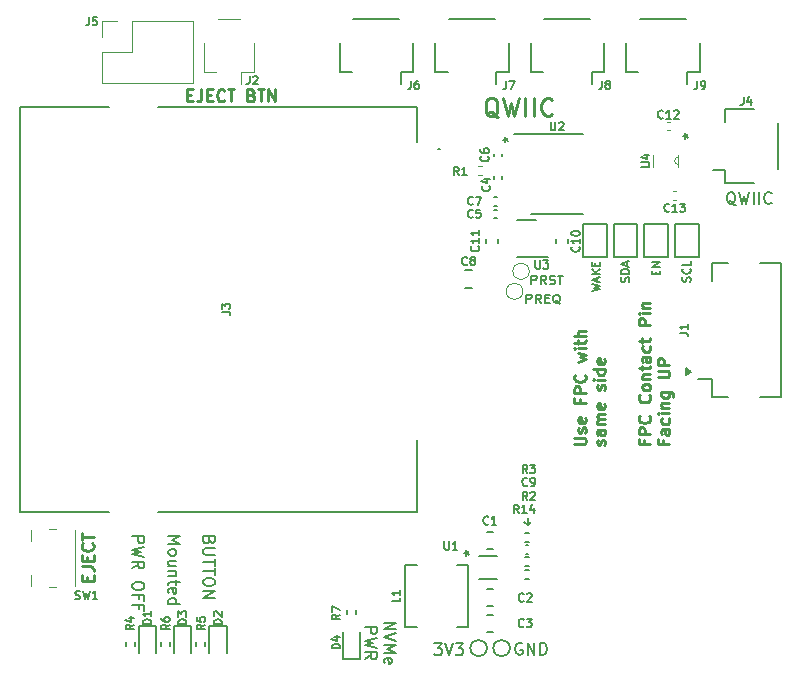
<source format=gbr>
G04 #@! TF.GenerationSoftware,KiCad,Pcbnew,(6.0.9)*
G04 #@! TF.CreationDate,2024-03-03T17:49:26-08:00*
G04 #@! TF.ProjectId,RPI5_CFE,52504935-5f43-4464-952e-6b696361645f,rev?*
G04 #@! TF.SameCoordinates,Original*
G04 #@! TF.FileFunction,Legend,Top*
G04 #@! TF.FilePolarity,Positive*
%FSLAX46Y46*%
G04 Gerber Fmt 4.6, Leading zero omitted, Abs format (unit mm)*
G04 Created by KiCad (PCBNEW (6.0.9)) date 2024-03-03 17:49:26*
%MOMM*%
%LPD*%
G01*
G04 APERTURE LIST*
%ADD10C,0.150000*%
%ADD11C,0.250000*%
%ADD12C,0.175000*%
%ADD13C,0.200000*%
%ADD14C,0.120000*%
G04 APERTURE END LIST*
D10*
X43200000Y-43400000D02*
X43500000Y-43200000D01*
X43200000Y-43400000D02*
X42900000Y-43200000D01*
G36*
X57050000Y-30450000D02*
G01*
X56600000Y-30750000D01*
X56600000Y-30150000D01*
X57050000Y-30450000D01*
G37*
X57050000Y-30450000D02*
X56600000Y-30750000D01*
X56600000Y-30150000D01*
X57050000Y-30450000D01*
X43200000Y-42800000D02*
X43200000Y-43400000D01*
D11*
X53073571Y-36266071D02*
X53073571Y-36599404D01*
X53597380Y-36599404D02*
X52597380Y-36599404D01*
X52597380Y-36123214D01*
X53597380Y-35742261D02*
X52597380Y-35742261D01*
X52597380Y-35361309D01*
X52645000Y-35266071D01*
X52692619Y-35218452D01*
X52787857Y-35170833D01*
X52930714Y-35170833D01*
X53025952Y-35218452D01*
X53073571Y-35266071D01*
X53121190Y-35361309D01*
X53121190Y-35742261D01*
X53502142Y-34170833D02*
X53549761Y-34218452D01*
X53597380Y-34361309D01*
X53597380Y-34456547D01*
X53549761Y-34599404D01*
X53454523Y-34694642D01*
X53359285Y-34742261D01*
X53168809Y-34789880D01*
X53025952Y-34789880D01*
X52835476Y-34742261D01*
X52740238Y-34694642D01*
X52645000Y-34599404D01*
X52597380Y-34456547D01*
X52597380Y-34361309D01*
X52645000Y-34218452D01*
X52692619Y-34170833D01*
X53502142Y-32408928D02*
X53549761Y-32456547D01*
X53597380Y-32599404D01*
X53597380Y-32694642D01*
X53549761Y-32837500D01*
X53454523Y-32932738D01*
X53359285Y-32980357D01*
X53168809Y-33027976D01*
X53025952Y-33027976D01*
X52835476Y-32980357D01*
X52740238Y-32932738D01*
X52645000Y-32837500D01*
X52597380Y-32694642D01*
X52597380Y-32599404D01*
X52645000Y-32456547D01*
X52692619Y-32408928D01*
X53597380Y-31837500D02*
X53549761Y-31932738D01*
X53502142Y-31980357D01*
X53406904Y-32027976D01*
X53121190Y-32027976D01*
X53025952Y-31980357D01*
X52978333Y-31932738D01*
X52930714Y-31837500D01*
X52930714Y-31694642D01*
X52978333Y-31599404D01*
X53025952Y-31551785D01*
X53121190Y-31504166D01*
X53406904Y-31504166D01*
X53502142Y-31551785D01*
X53549761Y-31599404D01*
X53597380Y-31694642D01*
X53597380Y-31837500D01*
X52930714Y-31075595D02*
X53597380Y-31075595D01*
X53025952Y-31075595D02*
X52978333Y-31027976D01*
X52930714Y-30932738D01*
X52930714Y-30789880D01*
X52978333Y-30694642D01*
X53073571Y-30647023D01*
X53597380Y-30647023D01*
X52930714Y-30313690D02*
X52930714Y-29932738D01*
X52597380Y-30170833D02*
X53454523Y-30170833D01*
X53549761Y-30123214D01*
X53597380Y-30027976D01*
X53597380Y-29932738D01*
X53597380Y-29170833D02*
X53073571Y-29170833D01*
X52978333Y-29218452D01*
X52930714Y-29313690D01*
X52930714Y-29504166D01*
X52978333Y-29599404D01*
X53549761Y-29170833D02*
X53597380Y-29266071D01*
X53597380Y-29504166D01*
X53549761Y-29599404D01*
X53454523Y-29647023D01*
X53359285Y-29647023D01*
X53264047Y-29599404D01*
X53216428Y-29504166D01*
X53216428Y-29266071D01*
X53168809Y-29170833D01*
X53549761Y-28266071D02*
X53597380Y-28361309D01*
X53597380Y-28551785D01*
X53549761Y-28647023D01*
X53502142Y-28694642D01*
X53406904Y-28742261D01*
X53121190Y-28742261D01*
X53025952Y-28694642D01*
X52978333Y-28647023D01*
X52930714Y-28551785D01*
X52930714Y-28361309D01*
X52978333Y-28266071D01*
X52930714Y-27980357D02*
X52930714Y-27599404D01*
X52597380Y-27837500D02*
X53454523Y-27837500D01*
X53549761Y-27789880D01*
X53597380Y-27694642D01*
X53597380Y-27599404D01*
X53597380Y-26504166D02*
X52597380Y-26504166D01*
X52597380Y-26123214D01*
X52645000Y-26027976D01*
X52692619Y-25980357D01*
X52787857Y-25932738D01*
X52930714Y-25932738D01*
X53025952Y-25980357D01*
X53073571Y-26027976D01*
X53121190Y-26123214D01*
X53121190Y-26504166D01*
X53597380Y-25504166D02*
X52930714Y-25504166D01*
X52597380Y-25504166D02*
X52645000Y-25551785D01*
X52692619Y-25504166D01*
X52645000Y-25456547D01*
X52597380Y-25504166D01*
X52692619Y-25504166D01*
X52930714Y-25027976D02*
X53597380Y-25027976D01*
X53025952Y-25027976D02*
X52978333Y-24980357D01*
X52930714Y-24885119D01*
X52930714Y-24742261D01*
X52978333Y-24647023D01*
X53073571Y-24599404D01*
X53597380Y-24599404D01*
X54683571Y-36266071D02*
X54683571Y-36599404D01*
X55207380Y-36599404D02*
X54207380Y-36599404D01*
X54207380Y-36123214D01*
X55207380Y-35313690D02*
X54683571Y-35313690D01*
X54588333Y-35361309D01*
X54540714Y-35456547D01*
X54540714Y-35647023D01*
X54588333Y-35742261D01*
X55159761Y-35313690D02*
X55207380Y-35408928D01*
X55207380Y-35647023D01*
X55159761Y-35742261D01*
X55064523Y-35789880D01*
X54969285Y-35789880D01*
X54874047Y-35742261D01*
X54826428Y-35647023D01*
X54826428Y-35408928D01*
X54778809Y-35313690D01*
X55159761Y-34408928D02*
X55207380Y-34504166D01*
X55207380Y-34694642D01*
X55159761Y-34789880D01*
X55112142Y-34837500D01*
X55016904Y-34885119D01*
X54731190Y-34885119D01*
X54635952Y-34837500D01*
X54588333Y-34789880D01*
X54540714Y-34694642D01*
X54540714Y-34504166D01*
X54588333Y-34408928D01*
X55207380Y-33980357D02*
X54540714Y-33980357D01*
X54207380Y-33980357D02*
X54255000Y-34027976D01*
X54302619Y-33980357D01*
X54255000Y-33932738D01*
X54207380Y-33980357D01*
X54302619Y-33980357D01*
X54540714Y-33504166D02*
X55207380Y-33504166D01*
X54635952Y-33504166D02*
X54588333Y-33456547D01*
X54540714Y-33361309D01*
X54540714Y-33218452D01*
X54588333Y-33123214D01*
X54683571Y-33075595D01*
X55207380Y-33075595D01*
X54540714Y-32170833D02*
X55350238Y-32170833D01*
X55445476Y-32218452D01*
X55493095Y-32266071D01*
X55540714Y-32361309D01*
X55540714Y-32504166D01*
X55493095Y-32599404D01*
X55159761Y-32170833D02*
X55207380Y-32266071D01*
X55207380Y-32456547D01*
X55159761Y-32551785D01*
X55112142Y-32599404D01*
X55016904Y-32647023D01*
X54731190Y-32647023D01*
X54635952Y-32599404D01*
X54588333Y-32551785D01*
X54540714Y-32456547D01*
X54540714Y-32266071D01*
X54588333Y-32170833D01*
X54207380Y-30932738D02*
X55016904Y-30932738D01*
X55112142Y-30885119D01*
X55159761Y-30837500D01*
X55207380Y-30742261D01*
X55207380Y-30551785D01*
X55159761Y-30456547D01*
X55112142Y-30408928D01*
X55016904Y-30361309D01*
X54207380Y-30361309D01*
X55207380Y-29885119D02*
X54207380Y-29885119D01*
X54207380Y-29504166D01*
X54255000Y-29408928D01*
X54302619Y-29361309D01*
X54397857Y-29313690D01*
X54540714Y-29313690D01*
X54635952Y-29361309D01*
X54683571Y-29408928D01*
X54731190Y-29504166D01*
X54731190Y-29885119D01*
D12*
X51783333Y-22850000D02*
X51816666Y-22750000D01*
X51816666Y-22583333D01*
X51783333Y-22516666D01*
X51750000Y-22483333D01*
X51683333Y-22450000D01*
X51616666Y-22450000D01*
X51550000Y-22483333D01*
X51516666Y-22516666D01*
X51483333Y-22583333D01*
X51450000Y-22716666D01*
X51416666Y-22783333D01*
X51383333Y-22816666D01*
X51316666Y-22850000D01*
X51250000Y-22850000D01*
X51183333Y-22816666D01*
X51150000Y-22783333D01*
X51116666Y-22716666D01*
X51116666Y-22550000D01*
X51150000Y-22450000D01*
X51816666Y-22150000D02*
X51116666Y-22150000D01*
X51116666Y-21983333D01*
X51150000Y-21883333D01*
X51216666Y-21816666D01*
X51283333Y-21783333D01*
X51416666Y-21750000D01*
X51516666Y-21750000D01*
X51650000Y-21783333D01*
X51716666Y-21816666D01*
X51783333Y-21883333D01*
X51816666Y-21983333D01*
X51816666Y-22150000D01*
X51616666Y-21483333D02*
X51616666Y-21150000D01*
X51816666Y-21550000D02*
X51116666Y-21316666D01*
X51816666Y-21083333D01*
X56983333Y-22816666D02*
X57016666Y-22716666D01*
X57016666Y-22549999D01*
X56983333Y-22483333D01*
X56950000Y-22449999D01*
X56883333Y-22416666D01*
X56816666Y-22416666D01*
X56750000Y-22449999D01*
X56716666Y-22483333D01*
X56683333Y-22549999D01*
X56650000Y-22683333D01*
X56616666Y-22749999D01*
X56583333Y-22783333D01*
X56516666Y-22816666D01*
X56450000Y-22816666D01*
X56383333Y-22783333D01*
X56350000Y-22749999D01*
X56316666Y-22683333D01*
X56316666Y-22516666D01*
X56350000Y-22416666D01*
X56950000Y-21716666D02*
X56983333Y-21749999D01*
X57016666Y-21849999D01*
X57016666Y-21916666D01*
X56983333Y-22016666D01*
X56916666Y-22083333D01*
X56850000Y-22116666D01*
X56716666Y-22149999D01*
X56616666Y-22149999D01*
X56483333Y-22116666D01*
X56416666Y-22083333D01*
X56350000Y-22016666D01*
X56316666Y-21916666D01*
X56316666Y-21849999D01*
X56350000Y-21749999D01*
X56383333Y-21716666D01*
X57016666Y-21083333D02*
X57016666Y-21416666D01*
X56316666Y-21416666D01*
D13*
X12797619Y-44392857D02*
X13797619Y-44392857D01*
X13083333Y-44726190D01*
X13797619Y-45059523D01*
X12797619Y-45059523D01*
X12797619Y-45678571D02*
X12845238Y-45583333D01*
X12892857Y-45535714D01*
X12988095Y-45488095D01*
X13273809Y-45488095D01*
X13369047Y-45535714D01*
X13416666Y-45583333D01*
X13464285Y-45678571D01*
X13464285Y-45821428D01*
X13416666Y-45916666D01*
X13369047Y-45964285D01*
X13273809Y-46011904D01*
X12988095Y-46011904D01*
X12892857Y-45964285D01*
X12845238Y-45916666D01*
X12797619Y-45821428D01*
X12797619Y-45678571D01*
X13464285Y-46869047D02*
X12797619Y-46869047D01*
X13464285Y-46440476D02*
X12940476Y-46440476D01*
X12845238Y-46488095D01*
X12797619Y-46583333D01*
X12797619Y-46726190D01*
X12845238Y-46821428D01*
X12892857Y-46869047D01*
X13464285Y-47345238D02*
X12797619Y-47345238D01*
X13369047Y-47345238D02*
X13416666Y-47392857D01*
X13464285Y-47488095D01*
X13464285Y-47630952D01*
X13416666Y-47726190D01*
X13321428Y-47773809D01*
X12797619Y-47773809D01*
X13464285Y-48107142D02*
X13464285Y-48488095D01*
X13797619Y-48250000D02*
X12940476Y-48250000D01*
X12845238Y-48297619D01*
X12797619Y-48392857D01*
X12797619Y-48488095D01*
X12845238Y-49202380D02*
X12797619Y-49107142D01*
X12797619Y-48916666D01*
X12845238Y-48821428D01*
X12940476Y-48773809D01*
X13321428Y-48773809D01*
X13416666Y-48821428D01*
X13464285Y-48916666D01*
X13464285Y-49107142D01*
X13416666Y-49202380D01*
X13321428Y-49250000D01*
X13226190Y-49250000D01*
X13130952Y-48773809D01*
X12797619Y-50107142D02*
X13797619Y-50107142D01*
X12845238Y-50107142D02*
X12797619Y-50011904D01*
X12797619Y-49821428D01*
X12845238Y-49726190D01*
X12892857Y-49678571D01*
X12988095Y-49630952D01*
X13273809Y-49630952D01*
X13369047Y-49678571D01*
X13416666Y-49726190D01*
X13464285Y-49821428D01*
X13464285Y-50011904D01*
X13416666Y-50107142D01*
X60808333Y-16347619D02*
X60713095Y-16300000D01*
X60617857Y-16204761D01*
X60475000Y-16061904D01*
X60379761Y-16014285D01*
X60284523Y-16014285D01*
X60332142Y-16252380D02*
X60236904Y-16204761D01*
X60141666Y-16109523D01*
X60094047Y-15919047D01*
X60094047Y-15585714D01*
X60141666Y-15395238D01*
X60236904Y-15300000D01*
X60332142Y-15252380D01*
X60522619Y-15252380D01*
X60617857Y-15300000D01*
X60713095Y-15395238D01*
X60760714Y-15585714D01*
X60760714Y-15919047D01*
X60713095Y-16109523D01*
X60617857Y-16204761D01*
X60522619Y-16252380D01*
X60332142Y-16252380D01*
X61094047Y-15252380D02*
X61332142Y-16252380D01*
X61522619Y-15538095D01*
X61713095Y-16252380D01*
X61951190Y-15252380D01*
X62332142Y-16252380D02*
X62332142Y-15252380D01*
X62808333Y-16252380D02*
X62808333Y-15252380D01*
X63855952Y-16157142D02*
X63808333Y-16204761D01*
X63665476Y-16252380D01*
X63570238Y-16252380D01*
X63427380Y-16204761D01*
X63332142Y-16109523D01*
X63284523Y-16014285D01*
X63236904Y-15823809D01*
X63236904Y-15680952D01*
X63284523Y-15490476D01*
X63332142Y-15395238D01*
X63427380Y-15300000D01*
X63570238Y-15252380D01*
X63665476Y-15252380D01*
X63808333Y-15300000D01*
X63855952Y-15347619D01*
X31052619Y-51685714D02*
X32052619Y-51685714D01*
X31052619Y-52257142D01*
X32052619Y-52257142D01*
X32052619Y-52590476D02*
X31052619Y-52923809D01*
X32052619Y-53257142D01*
X31052619Y-53590476D02*
X32052619Y-53590476D01*
X31338333Y-53923809D01*
X32052619Y-54257142D01*
X31052619Y-54257142D01*
X31100238Y-55114285D02*
X31052619Y-55019047D01*
X31052619Y-54828571D01*
X31100238Y-54733333D01*
X31195476Y-54685714D01*
X31576428Y-54685714D01*
X31671666Y-54733333D01*
X31719285Y-54828571D01*
X31719285Y-55019047D01*
X31671666Y-55114285D01*
X31576428Y-55161904D01*
X31481190Y-55161904D01*
X31385952Y-54685714D01*
X29442619Y-52066666D02*
X30442619Y-52066666D01*
X30442619Y-52447619D01*
X30395000Y-52542857D01*
X30347380Y-52590476D01*
X30252142Y-52638095D01*
X30109285Y-52638095D01*
X30014047Y-52590476D01*
X29966428Y-52542857D01*
X29918809Y-52447619D01*
X29918809Y-52066666D01*
X30442619Y-52971428D02*
X29442619Y-53209523D01*
X30156904Y-53400000D01*
X29442619Y-53590476D01*
X30442619Y-53828571D01*
X29442619Y-54780952D02*
X29918809Y-54447619D01*
X29442619Y-54209523D02*
X30442619Y-54209523D01*
X30442619Y-54590476D01*
X30395000Y-54685714D01*
X30347380Y-54733333D01*
X30252142Y-54780952D01*
X30109285Y-54780952D01*
X30014047Y-54733333D01*
X29966428Y-54685714D01*
X29918809Y-54590476D01*
X29918809Y-54209523D01*
X16271428Y-44726190D02*
X16223809Y-44869047D01*
X16176190Y-44916666D01*
X16080952Y-44964285D01*
X15938095Y-44964285D01*
X15842857Y-44916666D01*
X15795238Y-44869047D01*
X15747619Y-44773809D01*
X15747619Y-44392856D01*
X16747619Y-44392856D01*
X16747619Y-44726190D01*
X16700000Y-44821428D01*
X16652380Y-44869047D01*
X16557142Y-44916666D01*
X16461904Y-44916666D01*
X16366666Y-44869047D01*
X16319047Y-44821428D01*
X16271428Y-44726190D01*
X16271428Y-44392856D01*
X16747619Y-45392856D02*
X15938095Y-45392856D01*
X15842857Y-45440475D01*
X15795238Y-45488095D01*
X15747619Y-45583333D01*
X15747619Y-45773809D01*
X15795238Y-45869047D01*
X15842857Y-45916666D01*
X15938095Y-45964285D01*
X16747619Y-45964285D01*
X16747619Y-46297618D02*
X16747619Y-46869047D01*
X15747619Y-46583333D02*
X16747619Y-46583333D01*
X16747619Y-47059523D02*
X16747619Y-47630952D01*
X15747619Y-47345237D02*
X16747619Y-47345237D01*
X16747619Y-48154761D02*
X16747619Y-48345237D01*
X16700000Y-48440475D01*
X16604761Y-48535714D01*
X16414285Y-48583333D01*
X16080952Y-48583333D01*
X15890476Y-48535714D01*
X15795238Y-48440475D01*
X15747619Y-48345237D01*
X15747619Y-48154761D01*
X15795238Y-48059523D01*
X15890476Y-47964285D01*
X16080952Y-47916666D01*
X16414285Y-47916666D01*
X16604761Y-47964285D01*
X16700000Y-48059523D01*
X16747619Y-48154761D01*
X15747619Y-49011904D02*
X16747619Y-49011904D01*
X15747619Y-49583333D01*
X16747619Y-49583333D01*
X37852380Y-45800000D02*
X38090476Y-45800000D01*
X37995238Y-46038095D02*
X38090476Y-45800000D01*
X37995238Y-45561904D01*
X38280952Y-45942857D02*
X38090476Y-45800000D01*
X38280952Y-45657142D01*
D12*
X54050000Y-22216666D02*
X54050000Y-21983333D01*
X54416666Y-21883333D02*
X54416666Y-22216666D01*
X53716666Y-22216666D01*
X53716666Y-21883333D01*
X54416666Y-21583333D02*
X53716666Y-21583333D01*
X54416666Y-21183333D01*
X53716666Y-21183333D01*
X48616666Y-23649999D02*
X49316666Y-23483333D01*
X48816666Y-23349999D01*
X49316666Y-23216666D01*
X48616666Y-23049999D01*
X49116666Y-22816666D02*
X49116666Y-22483333D01*
X49316666Y-22883333D02*
X48616666Y-22649999D01*
X49316666Y-22416666D01*
X49316666Y-22183333D02*
X48616666Y-22183333D01*
X49316666Y-21783333D02*
X48916666Y-22083333D01*
X48616666Y-21783333D02*
X49016666Y-22183333D01*
X48950000Y-21483333D02*
X48950000Y-21249999D01*
X49316666Y-21149999D02*
X49316666Y-21483333D01*
X48616666Y-21483333D01*
X48616666Y-21149999D01*
X43504761Y-23016666D02*
X43504761Y-22316666D01*
X43809523Y-22316666D01*
X43885714Y-22350000D01*
X43923809Y-22383333D01*
X43961904Y-22450000D01*
X43961904Y-22550000D01*
X43923809Y-22616666D01*
X43885714Y-22650000D01*
X43809523Y-22683333D01*
X43504761Y-22683333D01*
X44761904Y-23016666D02*
X44495238Y-22683333D01*
X44304761Y-23016666D02*
X44304761Y-22316666D01*
X44609523Y-22316666D01*
X44685714Y-22350000D01*
X44723809Y-22383333D01*
X44761904Y-22450000D01*
X44761904Y-22550000D01*
X44723809Y-22616666D01*
X44685714Y-22650000D01*
X44609523Y-22683333D01*
X44304761Y-22683333D01*
X45066666Y-22983333D02*
X45180952Y-23016666D01*
X45371428Y-23016666D01*
X45447619Y-22983333D01*
X45485714Y-22950000D01*
X45523809Y-22883333D01*
X45523809Y-22816666D01*
X45485714Y-22750000D01*
X45447619Y-22716666D01*
X45371428Y-22683333D01*
X45219047Y-22650000D01*
X45142857Y-22616666D01*
X45104761Y-22583333D01*
X45066666Y-22516666D01*
X45066666Y-22450000D01*
X45104761Y-22383333D01*
X45142857Y-22350000D01*
X45219047Y-22316666D01*
X45409523Y-22316666D01*
X45523809Y-22350000D01*
X45752380Y-22316666D02*
X46209523Y-22316666D01*
X45980952Y-23016666D02*
X45980952Y-22316666D01*
D11*
X40725000Y-8921428D02*
X40582142Y-8850000D01*
X40439285Y-8707142D01*
X40225000Y-8492857D01*
X40082142Y-8421428D01*
X39939285Y-8421428D01*
X40010714Y-8778571D02*
X39867857Y-8707142D01*
X39725000Y-8564285D01*
X39653571Y-8278571D01*
X39653571Y-7778571D01*
X39725000Y-7492857D01*
X39867857Y-7350000D01*
X40010714Y-7278571D01*
X40296428Y-7278571D01*
X40439285Y-7350000D01*
X40582142Y-7492857D01*
X40653571Y-7778571D01*
X40653571Y-8278571D01*
X40582142Y-8564285D01*
X40439285Y-8707142D01*
X40296428Y-8778571D01*
X40010714Y-8778571D01*
X41153571Y-7278571D02*
X41510714Y-8778571D01*
X41796428Y-7707142D01*
X42082142Y-8778571D01*
X42439285Y-7278571D01*
X43010714Y-8778571D02*
X43010714Y-7278571D01*
X43725000Y-8778571D02*
X43725000Y-7278571D01*
X45296428Y-8635714D02*
X45225000Y-8707142D01*
X45010714Y-8778571D01*
X44867857Y-8778571D01*
X44653571Y-8707142D01*
X44510714Y-8564285D01*
X44439285Y-8421428D01*
X44367857Y-8135714D01*
X44367857Y-7921428D01*
X44439285Y-7635714D01*
X44510714Y-7492857D01*
X44653571Y-7350000D01*
X44867857Y-7278571D01*
X45010714Y-7278571D01*
X45225000Y-7350000D01*
X45296428Y-7421428D01*
D13*
X42738095Y-53450000D02*
X42642857Y-53402380D01*
X42500000Y-53402380D01*
X42357142Y-53450000D01*
X42261904Y-53545238D01*
X42214285Y-53640476D01*
X42166666Y-53830952D01*
X42166666Y-53973809D01*
X42214285Y-54164285D01*
X42261904Y-54259523D01*
X42357142Y-54354761D01*
X42500000Y-54402380D01*
X42595238Y-54402380D01*
X42738095Y-54354761D01*
X42785714Y-54307142D01*
X42785714Y-53973809D01*
X42595238Y-53973809D01*
X43214285Y-54402380D02*
X43214285Y-53402380D01*
X43785714Y-54402380D01*
X43785714Y-53402380D01*
X44261904Y-54402380D02*
X44261904Y-53402380D01*
X44500000Y-53402380D01*
X44642857Y-53450000D01*
X44738095Y-53545238D01*
X44785714Y-53640476D01*
X44833333Y-53830952D01*
X44833333Y-53973809D01*
X44785714Y-54164285D01*
X44738095Y-54259523D01*
X44642857Y-54354761D01*
X44500000Y-54402380D01*
X44261904Y-54402380D01*
X9747619Y-44392856D02*
X10747619Y-44392856D01*
X10747619Y-44773809D01*
X10700000Y-44869047D01*
X10652380Y-44916666D01*
X10557142Y-44964285D01*
X10414285Y-44964285D01*
X10319047Y-44916666D01*
X10271428Y-44869047D01*
X10223809Y-44773809D01*
X10223809Y-44392856D01*
X10747619Y-45297618D02*
X9747619Y-45535714D01*
X10461904Y-45726190D01*
X9747619Y-45916666D01*
X10747619Y-46154761D01*
X9747619Y-47107142D02*
X10223809Y-46773809D01*
X9747619Y-46535714D02*
X10747619Y-46535714D01*
X10747619Y-46916666D01*
X10700000Y-47011904D01*
X10652380Y-47059523D01*
X10557142Y-47107142D01*
X10414285Y-47107142D01*
X10319047Y-47059523D01*
X10271428Y-47011904D01*
X10223809Y-46916666D01*
X10223809Y-46535714D01*
X10747619Y-48488095D02*
X10747619Y-48678571D01*
X10700000Y-48773809D01*
X10604761Y-48869047D01*
X10414285Y-48916666D01*
X10080952Y-48916666D01*
X9890476Y-48869047D01*
X9795238Y-48773809D01*
X9747619Y-48678571D01*
X9747619Y-48488095D01*
X9795238Y-48392856D01*
X9890476Y-48297618D01*
X10080952Y-48249999D01*
X10414285Y-48249999D01*
X10604761Y-48297618D01*
X10700000Y-48392856D01*
X10747619Y-48488095D01*
X10271428Y-49678571D02*
X10271428Y-49345237D01*
X9747619Y-49345237D02*
X10747619Y-49345237D01*
X10747619Y-49821428D01*
X10271428Y-50535714D02*
X10271428Y-50202380D01*
X9747619Y-50202380D02*
X10747619Y-50202380D01*
X10747619Y-50678571D01*
D12*
X43109523Y-24616666D02*
X43109523Y-23916666D01*
X43414285Y-23916666D01*
X43490476Y-23950000D01*
X43528571Y-23983333D01*
X43566666Y-24050000D01*
X43566666Y-24150000D01*
X43528571Y-24216666D01*
X43490476Y-24250000D01*
X43414285Y-24283333D01*
X43109523Y-24283333D01*
X44366666Y-24616666D02*
X44100000Y-24283333D01*
X43909523Y-24616666D02*
X43909523Y-23916666D01*
X44214285Y-23916666D01*
X44290476Y-23950000D01*
X44328571Y-23983333D01*
X44366666Y-24050000D01*
X44366666Y-24150000D01*
X44328571Y-24216666D01*
X44290476Y-24250000D01*
X44214285Y-24283333D01*
X43909523Y-24283333D01*
X44709523Y-24250000D02*
X44976190Y-24250000D01*
X45090476Y-24616666D02*
X44709523Y-24616666D01*
X44709523Y-23916666D01*
X45090476Y-23916666D01*
X45966666Y-24683333D02*
X45890476Y-24650000D01*
X45814285Y-24583333D01*
X45700000Y-24483333D01*
X45623809Y-24450000D01*
X45547619Y-24450000D01*
X45585714Y-24616666D02*
X45509523Y-24583333D01*
X45433333Y-24516666D01*
X45395238Y-24383333D01*
X45395238Y-24150000D01*
X45433333Y-24016666D01*
X45509523Y-23950000D01*
X45585714Y-23916666D01*
X45738095Y-23916666D01*
X45814285Y-23950000D01*
X45890476Y-24016666D01*
X45928571Y-24150000D01*
X45928571Y-24383333D01*
X45890476Y-24516666D01*
X45814285Y-24583333D01*
X45738095Y-24616666D01*
X45585714Y-24616666D01*
D13*
X56352380Y-10500000D02*
X56590476Y-10500000D01*
X56495238Y-10738095D02*
X56590476Y-10500000D01*
X56495238Y-10261904D01*
X56780952Y-10642857D02*
X56590476Y-10500000D01*
X56780952Y-10357142D01*
X35311904Y-53452380D02*
X35930952Y-53452380D01*
X35597619Y-53833333D01*
X35740476Y-53833333D01*
X35835714Y-53880952D01*
X35883333Y-53928571D01*
X35930952Y-54023809D01*
X35930952Y-54261904D01*
X35883333Y-54357142D01*
X35835714Y-54404761D01*
X35740476Y-54452380D01*
X35454761Y-54452380D01*
X35359523Y-54404761D01*
X35311904Y-54357142D01*
X36216666Y-53452380D02*
X36550000Y-54452380D01*
X36883333Y-53452380D01*
X37121428Y-53452380D02*
X37740476Y-53452380D01*
X37407142Y-53833333D01*
X37550000Y-53833333D01*
X37645238Y-53880952D01*
X37692857Y-53928571D01*
X37740476Y-54023809D01*
X37740476Y-54261904D01*
X37692857Y-54357142D01*
X37645238Y-54404761D01*
X37550000Y-54452380D01*
X37264285Y-54452380D01*
X37169047Y-54404761D01*
X37121428Y-54357142D01*
D11*
X5928571Y-48128571D02*
X5928571Y-47795238D01*
X6452380Y-47652380D02*
X6452380Y-48128571D01*
X5452380Y-48128571D01*
X5452380Y-47652380D01*
X5452380Y-46938095D02*
X6166666Y-46938095D01*
X6309523Y-46985714D01*
X6404761Y-47080952D01*
X6452380Y-47223809D01*
X6452380Y-47319047D01*
X5928571Y-46461904D02*
X5928571Y-46128571D01*
X6452380Y-45985714D02*
X6452380Y-46461904D01*
X5452380Y-46461904D01*
X5452380Y-45985714D01*
X6357142Y-44985714D02*
X6404761Y-45033333D01*
X6452380Y-45176190D01*
X6452380Y-45271428D01*
X6404761Y-45414285D01*
X6309523Y-45509523D01*
X6214285Y-45557142D01*
X6023809Y-45604761D01*
X5880952Y-45604761D01*
X5690476Y-45557142D01*
X5595238Y-45509523D01*
X5500000Y-45414285D01*
X5452380Y-45271428D01*
X5452380Y-45176190D01*
X5500000Y-45033333D01*
X5547619Y-44985714D01*
X5452380Y-44700000D02*
X5452380Y-44128571D01*
X6452380Y-44414285D02*
X5452380Y-44414285D01*
X14385714Y-7028571D02*
X14719047Y-7028571D01*
X14861904Y-7552380D02*
X14385714Y-7552380D01*
X14385714Y-6552380D01*
X14861904Y-6552380D01*
X15576190Y-6552380D02*
X15576190Y-7266666D01*
X15528571Y-7409523D01*
X15433333Y-7504761D01*
X15290476Y-7552380D01*
X15195238Y-7552380D01*
X16052380Y-7028571D02*
X16385714Y-7028571D01*
X16528571Y-7552380D02*
X16052380Y-7552380D01*
X16052380Y-6552380D01*
X16528571Y-6552380D01*
X17528571Y-7457142D02*
X17480952Y-7504761D01*
X17338095Y-7552380D01*
X17242857Y-7552380D01*
X17100000Y-7504761D01*
X17004761Y-7409523D01*
X16957142Y-7314285D01*
X16909523Y-7123809D01*
X16909523Y-6980952D01*
X16957142Y-6790476D01*
X17004761Y-6695238D01*
X17100000Y-6600000D01*
X17242857Y-6552380D01*
X17338095Y-6552380D01*
X17480952Y-6600000D01*
X17528571Y-6647619D01*
X17814285Y-6552380D02*
X18385714Y-6552380D01*
X18100000Y-7552380D02*
X18100000Y-6552380D01*
X19814285Y-7028571D02*
X19957142Y-7076190D01*
X20004761Y-7123809D01*
X20052380Y-7219047D01*
X20052380Y-7361904D01*
X20004761Y-7457142D01*
X19957142Y-7504761D01*
X19861904Y-7552380D01*
X19480952Y-7552380D01*
X19480952Y-6552380D01*
X19814285Y-6552380D01*
X19909523Y-6600000D01*
X19957142Y-6647619D01*
X20004761Y-6742857D01*
X20004761Y-6838095D01*
X19957142Y-6933333D01*
X19909523Y-6980952D01*
X19814285Y-7028571D01*
X19480952Y-7028571D01*
X20338095Y-6552380D02*
X20909523Y-6552380D01*
X20623809Y-7552380D02*
X20623809Y-6552380D01*
X21242857Y-7552380D02*
X21242857Y-6552380D01*
X21814285Y-7552380D01*
X21814285Y-6552380D01*
X47147380Y-36599404D02*
X47956904Y-36599404D01*
X48052142Y-36551785D01*
X48099761Y-36504166D01*
X48147380Y-36408928D01*
X48147380Y-36218452D01*
X48099761Y-36123214D01*
X48052142Y-36075595D01*
X47956904Y-36027976D01*
X47147380Y-36027976D01*
X48099761Y-35599404D02*
X48147380Y-35504166D01*
X48147380Y-35313690D01*
X48099761Y-35218452D01*
X48004523Y-35170833D01*
X47956904Y-35170833D01*
X47861666Y-35218452D01*
X47814047Y-35313690D01*
X47814047Y-35456547D01*
X47766428Y-35551785D01*
X47671190Y-35599404D01*
X47623571Y-35599404D01*
X47528333Y-35551785D01*
X47480714Y-35456547D01*
X47480714Y-35313690D01*
X47528333Y-35218452D01*
X48099761Y-34361309D02*
X48147380Y-34456547D01*
X48147380Y-34647023D01*
X48099761Y-34742261D01*
X48004523Y-34789880D01*
X47623571Y-34789880D01*
X47528333Y-34742261D01*
X47480714Y-34647023D01*
X47480714Y-34456547D01*
X47528333Y-34361309D01*
X47623571Y-34313690D01*
X47718809Y-34313690D01*
X47814047Y-34789880D01*
X47623571Y-32789880D02*
X47623571Y-33123214D01*
X48147380Y-33123214D02*
X47147380Y-33123214D01*
X47147380Y-32647023D01*
X48147380Y-32266071D02*
X47147380Y-32266071D01*
X47147380Y-31885119D01*
X47195000Y-31789880D01*
X47242619Y-31742261D01*
X47337857Y-31694642D01*
X47480714Y-31694642D01*
X47575952Y-31742261D01*
X47623571Y-31789880D01*
X47671190Y-31885119D01*
X47671190Y-32266071D01*
X48052142Y-30694642D02*
X48099761Y-30742261D01*
X48147380Y-30885119D01*
X48147380Y-30980357D01*
X48099761Y-31123214D01*
X48004523Y-31218452D01*
X47909285Y-31266071D01*
X47718809Y-31313690D01*
X47575952Y-31313690D01*
X47385476Y-31266071D01*
X47290238Y-31218452D01*
X47195000Y-31123214D01*
X47147380Y-30980357D01*
X47147380Y-30885119D01*
X47195000Y-30742261D01*
X47242619Y-30694642D01*
X47480714Y-29599404D02*
X48147380Y-29408928D01*
X47671190Y-29218452D01*
X48147380Y-29027976D01*
X47480714Y-28837500D01*
X48147380Y-28456547D02*
X47480714Y-28456547D01*
X47147380Y-28456547D02*
X47195000Y-28504166D01*
X47242619Y-28456547D01*
X47195000Y-28408928D01*
X47147380Y-28456547D01*
X47242619Y-28456547D01*
X47480714Y-28123214D02*
X47480714Y-27742261D01*
X47147380Y-27980357D02*
X48004523Y-27980357D01*
X48099761Y-27932738D01*
X48147380Y-27837500D01*
X48147380Y-27742261D01*
X48147380Y-27408928D02*
X47147380Y-27408928D01*
X48147380Y-26980357D02*
X47623571Y-26980357D01*
X47528333Y-27027976D01*
X47480714Y-27123214D01*
X47480714Y-27266071D01*
X47528333Y-27361309D01*
X47575952Y-27408928D01*
X49709761Y-36647023D02*
X49757380Y-36551785D01*
X49757380Y-36361309D01*
X49709761Y-36266071D01*
X49614523Y-36218452D01*
X49566904Y-36218452D01*
X49471666Y-36266071D01*
X49424047Y-36361309D01*
X49424047Y-36504166D01*
X49376428Y-36599404D01*
X49281190Y-36647023D01*
X49233571Y-36647023D01*
X49138333Y-36599404D01*
X49090714Y-36504166D01*
X49090714Y-36361309D01*
X49138333Y-36266071D01*
X49757380Y-35361309D02*
X49233571Y-35361309D01*
X49138333Y-35408928D01*
X49090714Y-35504166D01*
X49090714Y-35694642D01*
X49138333Y-35789880D01*
X49709761Y-35361309D02*
X49757380Y-35456547D01*
X49757380Y-35694642D01*
X49709761Y-35789880D01*
X49614523Y-35837500D01*
X49519285Y-35837500D01*
X49424047Y-35789880D01*
X49376428Y-35694642D01*
X49376428Y-35456547D01*
X49328809Y-35361309D01*
X49757380Y-34885119D02*
X49090714Y-34885119D01*
X49185952Y-34885119D02*
X49138333Y-34837500D01*
X49090714Y-34742261D01*
X49090714Y-34599404D01*
X49138333Y-34504166D01*
X49233571Y-34456547D01*
X49757380Y-34456547D01*
X49233571Y-34456547D02*
X49138333Y-34408928D01*
X49090714Y-34313690D01*
X49090714Y-34170833D01*
X49138333Y-34075595D01*
X49233571Y-34027976D01*
X49757380Y-34027976D01*
X49709761Y-33170833D02*
X49757380Y-33266071D01*
X49757380Y-33456547D01*
X49709761Y-33551785D01*
X49614523Y-33599404D01*
X49233571Y-33599404D01*
X49138333Y-33551785D01*
X49090714Y-33456547D01*
X49090714Y-33266071D01*
X49138333Y-33170833D01*
X49233571Y-33123214D01*
X49328809Y-33123214D01*
X49424047Y-33599404D01*
X49709761Y-31980357D02*
X49757380Y-31885119D01*
X49757380Y-31694642D01*
X49709761Y-31599404D01*
X49614523Y-31551785D01*
X49566904Y-31551785D01*
X49471666Y-31599404D01*
X49424047Y-31694642D01*
X49424047Y-31837500D01*
X49376428Y-31932738D01*
X49281190Y-31980357D01*
X49233571Y-31980357D01*
X49138333Y-31932738D01*
X49090714Y-31837500D01*
X49090714Y-31694642D01*
X49138333Y-31599404D01*
X49757380Y-31123214D02*
X49090714Y-31123214D01*
X48757380Y-31123214D02*
X48805000Y-31170833D01*
X48852619Y-31123214D01*
X48805000Y-31075595D01*
X48757380Y-31123214D01*
X48852619Y-31123214D01*
X49757380Y-30218452D02*
X48757380Y-30218452D01*
X49709761Y-30218452D02*
X49757380Y-30313690D01*
X49757380Y-30504166D01*
X49709761Y-30599404D01*
X49662142Y-30647023D01*
X49566904Y-30694642D01*
X49281190Y-30694642D01*
X49185952Y-30647023D01*
X49138333Y-30599404D01*
X49090714Y-30504166D01*
X49090714Y-30313690D01*
X49138333Y-30218452D01*
X49709761Y-29361309D02*
X49757380Y-29456547D01*
X49757380Y-29647023D01*
X49709761Y-29742261D01*
X49614523Y-29789880D01*
X49233571Y-29789880D01*
X49138333Y-29742261D01*
X49090714Y-29647023D01*
X49090714Y-29456547D01*
X49138333Y-29361309D01*
X49233571Y-29313690D01*
X49328809Y-29313690D01*
X49424047Y-29789880D01*
D13*
X41152380Y-10800000D02*
X41390476Y-10800000D01*
X41295238Y-11038095D02*
X41390476Y-10800000D01*
X41295238Y-10561904D01*
X41580952Y-10942857D02*
X41390476Y-10800000D01*
X41580952Y-10657142D01*
D10*
G04 #@! TO.C,D3*
X14316666Y-51816666D02*
X13616666Y-51816666D01*
X13616666Y-51650000D01*
X13650000Y-51550000D01*
X13716666Y-51483333D01*
X13783333Y-51450000D01*
X13916666Y-51416666D01*
X14016666Y-51416666D01*
X14150000Y-51450000D01*
X14216666Y-51483333D01*
X14283333Y-51550000D01*
X14316666Y-51650000D01*
X14316666Y-51816666D01*
X13616666Y-51183333D02*
X13616666Y-50750000D01*
X13883333Y-50983333D01*
X13883333Y-50883333D01*
X13916666Y-50816666D01*
X13950000Y-50783333D01*
X14016666Y-50750000D01*
X14183333Y-50750000D01*
X14250000Y-50783333D01*
X14283333Y-50816666D01*
X14316666Y-50883333D01*
X14316666Y-51083333D01*
X14283333Y-51150000D01*
X14250000Y-51183333D01*
G04 #@! TO.C,SW1*
X4916666Y-49683333D02*
X5016666Y-49716666D01*
X5183333Y-49716666D01*
X5250000Y-49683333D01*
X5283333Y-49650000D01*
X5316666Y-49583333D01*
X5316666Y-49516666D01*
X5283333Y-49450000D01*
X5250000Y-49416666D01*
X5183333Y-49383333D01*
X5050000Y-49350000D01*
X4983333Y-49316666D01*
X4950000Y-49283333D01*
X4916666Y-49216666D01*
X4916666Y-49150000D01*
X4950000Y-49083333D01*
X4983333Y-49050000D01*
X5050000Y-49016666D01*
X5216666Y-49016666D01*
X5316666Y-49050000D01*
X5550000Y-49016666D02*
X5716666Y-49716666D01*
X5850000Y-49216666D01*
X5983333Y-49716666D01*
X6150000Y-49016666D01*
X6783333Y-49716666D02*
X6383333Y-49716666D01*
X6583333Y-49716666D02*
X6583333Y-49016666D01*
X6516666Y-49116666D01*
X6450000Y-49183333D01*
X6383333Y-49216666D01*
G04 #@! TO.C,R1*
X37383333Y-13816666D02*
X37150000Y-13483333D01*
X36983333Y-13816666D02*
X36983333Y-13116666D01*
X37250000Y-13116666D01*
X37316666Y-13150000D01*
X37350000Y-13183333D01*
X37383333Y-13250000D01*
X37383333Y-13350000D01*
X37350000Y-13416666D01*
X37316666Y-13450000D01*
X37250000Y-13483333D01*
X36983333Y-13483333D01*
X38050000Y-13816666D02*
X37650000Y-13816666D01*
X37850000Y-13816666D02*
X37850000Y-13116666D01*
X37783333Y-13216666D01*
X37716666Y-13283333D01*
X37650000Y-13316666D01*
G04 #@! TO.C,D4*
X27316666Y-53879166D02*
X26616666Y-53879166D01*
X26616666Y-53712500D01*
X26650000Y-53612500D01*
X26716666Y-53545833D01*
X26783333Y-53512500D01*
X26916666Y-53479166D01*
X27016666Y-53479166D01*
X27150000Y-53512500D01*
X27216666Y-53545833D01*
X27283333Y-53612500D01*
X27316666Y-53712500D01*
X27316666Y-53879166D01*
X26850000Y-52879166D02*
X27316666Y-52879166D01*
X26583333Y-53045833D02*
X27083333Y-53212500D01*
X27083333Y-52779166D01*
G04 #@! TO.C,J9*
X57566666Y-5816666D02*
X57566666Y-6316666D01*
X57533333Y-6416666D01*
X57466666Y-6483333D01*
X57366666Y-6516666D01*
X57300000Y-6516666D01*
X57933333Y-6516666D02*
X58066666Y-6516666D01*
X58133333Y-6483333D01*
X58166666Y-6450000D01*
X58233333Y-6350000D01*
X58266666Y-6216666D01*
X58266666Y-5950000D01*
X58233333Y-5883333D01*
X58200000Y-5850000D01*
X58133333Y-5816666D01*
X58000000Y-5816666D01*
X57933333Y-5850000D01*
X57900000Y-5883333D01*
X57866666Y-5950000D01*
X57866666Y-6116666D01*
X57900000Y-6183333D01*
X57933333Y-6216666D01*
X58000000Y-6250000D01*
X58133333Y-6250000D01*
X58200000Y-6216666D01*
X58233333Y-6183333D01*
X58266666Y-6116666D01*
G04 #@! TO.C,D1*
X11316666Y-51816666D02*
X10616666Y-51816666D01*
X10616666Y-51650000D01*
X10650000Y-51550000D01*
X10716666Y-51483333D01*
X10783333Y-51450000D01*
X10916666Y-51416666D01*
X11016666Y-51416666D01*
X11150000Y-51450000D01*
X11216666Y-51483333D01*
X11283333Y-51550000D01*
X11316666Y-51650000D01*
X11316666Y-51816666D01*
X11316666Y-50750000D02*
X11316666Y-51150000D01*
X11316666Y-50950000D02*
X10616666Y-50950000D01*
X10716666Y-51016666D01*
X10783333Y-51083333D01*
X10816666Y-51150000D01*
G04 #@! TO.C,D2*
X17316666Y-51816666D02*
X16616666Y-51816666D01*
X16616666Y-51650000D01*
X16650000Y-51550000D01*
X16716666Y-51483333D01*
X16783333Y-51450000D01*
X16916666Y-51416666D01*
X17016666Y-51416666D01*
X17150000Y-51450000D01*
X17216666Y-51483333D01*
X17283333Y-51550000D01*
X17316666Y-51650000D01*
X17316666Y-51816666D01*
X16683333Y-51150000D02*
X16650000Y-51116666D01*
X16616666Y-51050000D01*
X16616666Y-50883333D01*
X16650000Y-50816666D01*
X16683333Y-50783333D01*
X16750000Y-50750000D01*
X16816666Y-50750000D01*
X16916666Y-50783333D01*
X17316666Y-51183333D01*
X17316666Y-50750000D01*
G04 #@! TO.C,R3*
X43183333Y-39016666D02*
X42950000Y-38683333D01*
X42783333Y-39016666D02*
X42783333Y-38316666D01*
X43050000Y-38316666D01*
X43116666Y-38350000D01*
X43150000Y-38383333D01*
X43183333Y-38450000D01*
X43183333Y-38550000D01*
X43150000Y-38616666D01*
X43116666Y-38650000D01*
X43050000Y-38683333D01*
X42783333Y-38683333D01*
X43416666Y-38316666D02*
X43850000Y-38316666D01*
X43616666Y-38583333D01*
X43716666Y-38583333D01*
X43783333Y-38616666D01*
X43816666Y-38650000D01*
X43850000Y-38716666D01*
X43850000Y-38883333D01*
X43816666Y-38950000D01*
X43783333Y-38983333D01*
X43716666Y-39016666D01*
X43516666Y-39016666D01*
X43450000Y-38983333D01*
X43416666Y-38950000D01*
G04 #@! TO.C,C8*
X38083333Y-21350000D02*
X38050000Y-21383333D01*
X37950000Y-21416666D01*
X37883333Y-21416666D01*
X37783333Y-21383333D01*
X37716666Y-21316666D01*
X37683333Y-21250000D01*
X37650000Y-21116666D01*
X37650000Y-21016666D01*
X37683333Y-20883333D01*
X37716666Y-20816666D01*
X37783333Y-20750000D01*
X37883333Y-20716666D01*
X37950000Y-20716666D01*
X38050000Y-20750000D01*
X38083333Y-20783333D01*
X38483333Y-21016666D02*
X38416666Y-20983333D01*
X38383333Y-20950000D01*
X38350000Y-20883333D01*
X38350000Y-20850000D01*
X38383333Y-20783333D01*
X38416666Y-20750000D01*
X38483333Y-20716666D01*
X38616666Y-20716666D01*
X38683333Y-20750000D01*
X38716666Y-20783333D01*
X38750000Y-20850000D01*
X38750000Y-20883333D01*
X38716666Y-20950000D01*
X38683333Y-20983333D01*
X38616666Y-21016666D01*
X38483333Y-21016666D01*
X38416666Y-21050000D01*
X38383333Y-21083333D01*
X38350000Y-21150000D01*
X38350000Y-21283333D01*
X38383333Y-21350000D01*
X38416666Y-21383333D01*
X38483333Y-21416666D01*
X38616666Y-21416666D01*
X38683333Y-21383333D01*
X38716666Y-21350000D01*
X38750000Y-21283333D01*
X38750000Y-21150000D01*
X38716666Y-21083333D01*
X38683333Y-21050000D01*
X38616666Y-21016666D01*
G04 #@! TO.C,J6*
X33316666Y-5816666D02*
X33316666Y-6316666D01*
X33283333Y-6416666D01*
X33216666Y-6483333D01*
X33116666Y-6516666D01*
X33050000Y-6516666D01*
X33950000Y-5816666D02*
X33816666Y-5816666D01*
X33750000Y-5850000D01*
X33716666Y-5883333D01*
X33650000Y-5983333D01*
X33616666Y-6116666D01*
X33616666Y-6383333D01*
X33650000Y-6450000D01*
X33683333Y-6483333D01*
X33750000Y-6516666D01*
X33883333Y-6516666D01*
X33950000Y-6483333D01*
X33983333Y-6450000D01*
X34016666Y-6383333D01*
X34016666Y-6216666D01*
X33983333Y-6150000D01*
X33950000Y-6116666D01*
X33883333Y-6083333D01*
X33750000Y-6083333D01*
X33683333Y-6116666D01*
X33650000Y-6150000D01*
X33616666Y-6216666D01*
G04 #@! TO.C,R7*
X27316666Y-51016666D02*
X26983333Y-51250000D01*
X27316666Y-51416666D02*
X26616666Y-51416666D01*
X26616666Y-51150000D01*
X26650000Y-51083333D01*
X26683333Y-51050000D01*
X26750000Y-51016666D01*
X26850000Y-51016666D01*
X26916666Y-51050000D01*
X26950000Y-51083333D01*
X26983333Y-51150000D01*
X26983333Y-51416666D01*
X26616666Y-50783333D02*
X26616666Y-50316666D01*
X27316666Y-50616666D01*
G04 #@! TO.C,R6*
X12891666Y-51866666D02*
X12558333Y-52100000D01*
X12891666Y-52266666D02*
X12191666Y-52266666D01*
X12191666Y-52000000D01*
X12225000Y-51933333D01*
X12258333Y-51900000D01*
X12325000Y-51866666D01*
X12425000Y-51866666D01*
X12491666Y-51900000D01*
X12525000Y-51933333D01*
X12558333Y-52000000D01*
X12558333Y-52266666D01*
X12191666Y-51266666D02*
X12191666Y-51400000D01*
X12225000Y-51466666D01*
X12258333Y-51500000D01*
X12358333Y-51566666D01*
X12491666Y-51600000D01*
X12758333Y-51600000D01*
X12825000Y-51566666D01*
X12858333Y-51533333D01*
X12891666Y-51466666D01*
X12891666Y-51333333D01*
X12858333Y-51266666D01*
X12825000Y-51233333D01*
X12758333Y-51200000D01*
X12591666Y-51200000D01*
X12525000Y-51233333D01*
X12491666Y-51266666D01*
X12458333Y-51333333D01*
X12458333Y-51466666D01*
X12491666Y-51533333D01*
X12525000Y-51566666D01*
X12591666Y-51600000D01*
G04 #@! TO.C,L1*
X32416666Y-49566666D02*
X32416666Y-49900000D01*
X31716666Y-49900000D01*
X32416666Y-48966666D02*
X32416666Y-49366666D01*
X32416666Y-49166666D02*
X31716666Y-49166666D01*
X31816666Y-49233333D01*
X31883333Y-49300000D01*
X31916666Y-49366666D01*
G04 #@! TO.C,C11*
X39040000Y-19820000D02*
X39073333Y-19853333D01*
X39106666Y-19953333D01*
X39106666Y-20020000D01*
X39073333Y-20120000D01*
X39006666Y-20186666D01*
X38940000Y-20220000D01*
X38806666Y-20253333D01*
X38706666Y-20253333D01*
X38573333Y-20220000D01*
X38506666Y-20186666D01*
X38440000Y-20120000D01*
X38406666Y-20020000D01*
X38406666Y-19953333D01*
X38440000Y-19853333D01*
X38473333Y-19820000D01*
X39106666Y-19153333D02*
X39106666Y-19553333D01*
X39106666Y-19353333D02*
X38406666Y-19353333D01*
X38506666Y-19420000D01*
X38573333Y-19486666D01*
X38606666Y-19553333D01*
X39106666Y-18486666D02*
X39106666Y-18886666D01*
X39106666Y-18686666D02*
X38406666Y-18686666D01*
X38506666Y-18753333D01*
X38573333Y-18820000D01*
X38606666Y-18886666D01*
G04 #@! TO.C,U2*
X45166666Y-9316666D02*
X45166666Y-9883333D01*
X45200000Y-9950000D01*
X45233333Y-9983333D01*
X45300000Y-10016666D01*
X45433333Y-10016666D01*
X45500000Y-9983333D01*
X45533333Y-9950000D01*
X45566666Y-9883333D01*
X45566666Y-9316666D01*
X45866666Y-9383333D02*
X45900000Y-9350000D01*
X45966666Y-9316666D01*
X46133333Y-9316666D01*
X46200000Y-9350000D01*
X46233333Y-9383333D01*
X46266666Y-9450000D01*
X46266666Y-9516666D01*
X46233333Y-9616666D01*
X45833333Y-10016666D01*
X46266666Y-10016666D01*
G04 #@! TO.C,C9*
X43183333Y-40050000D02*
X43150000Y-40083333D01*
X43050000Y-40116666D01*
X42983333Y-40116666D01*
X42883333Y-40083333D01*
X42816666Y-40016666D01*
X42783333Y-39950000D01*
X42750000Y-39816666D01*
X42750000Y-39716666D01*
X42783333Y-39583333D01*
X42816666Y-39516666D01*
X42883333Y-39450000D01*
X42983333Y-39416666D01*
X43050000Y-39416666D01*
X43150000Y-39450000D01*
X43183333Y-39483333D01*
X43516666Y-40116666D02*
X43650000Y-40116666D01*
X43716666Y-40083333D01*
X43750000Y-40050000D01*
X43816666Y-39950000D01*
X43850000Y-39816666D01*
X43850000Y-39550000D01*
X43816666Y-39483333D01*
X43783333Y-39450000D01*
X43716666Y-39416666D01*
X43583333Y-39416666D01*
X43516666Y-39450000D01*
X43483333Y-39483333D01*
X43450000Y-39550000D01*
X43450000Y-39716666D01*
X43483333Y-39783333D01*
X43516666Y-39816666D01*
X43583333Y-39850000D01*
X43716666Y-39850000D01*
X43783333Y-39816666D01*
X43816666Y-39783333D01*
X43850000Y-39716666D01*
G04 #@! TO.C,J7*
X41399999Y-5816666D02*
X41399999Y-6316666D01*
X41366666Y-6416666D01*
X41299999Y-6483333D01*
X41199999Y-6516666D01*
X41133333Y-6516666D01*
X41666666Y-5816666D02*
X42133333Y-5816666D01*
X41833333Y-6516666D01*
G04 #@! TO.C,C6*
X39850000Y-12216666D02*
X39883333Y-12250000D01*
X39916666Y-12350000D01*
X39916666Y-12416666D01*
X39883333Y-12516666D01*
X39816666Y-12583333D01*
X39750000Y-12616666D01*
X39616666Y-12650000D01*
X39516666Y-12650000D01*
X39383333Y-12616666D01*
X39316666Y-12583333D01*
X39250000Y-12516666D01*
X39216666Y-12416666D01*
X39216666Y-12350000D01*
X39250000Y-12250000D01*
X39283333Y-12216666D01*
X39216666Y-11616666D02*
X39216666Y-11750000D01*
X39250000Y-11816666D01*
X39283333Y-11850000D01*
X39383333Y-11916666D01*
X39516666Y-11950000D01*
X39783333Y-11950000D01*
X39850000Y-11916666D01*
X39883333Y-11883333D01*
X39916666Y-11816666D01*
X39916666Y-11683333D01*
X39883333Y-11616666D01*
X39850000Y-11583333D01*
X39783333Y-11550000D01*
X39616666Y-11550000D01*
X39550000Y-11583333D01*
X39516666Y-11616666D01*
X39483333Y-11683333D01*
X39483333Y-11816666D01*
X39516666Y-11883333D01*
X39550000Y-11916666D01*
X39616666Y-11950000D01*
G04 #@! TO.C,C1*
X39883333Y-43320000D02*
X39850000Y-43353333D01*
X39750000Y-43386666D01*
X39683333Y-43386666D01*
X39583333Y-43353333D01*
X39516666Y-43286666D01*
X39483333Y-43220000D01*
X39450000Y-43086666D01*
X39450000Y-42986666D01*
X39483333Y-42853333D01*
X39516666Y-42786666D01*
X39583333Y-42720000D01*
X39683333Y-42686666D01*
X39750000Y-42686666D01*
X39850000Y-42720000D01*
X39883333Y-42753333D01*
X40550000Y-43386666D02*
X40150000Y-43386666D01*
X40350000Y-43386666D02*
X40350000Y-42686666D01*
X40283333Y-42786666D01*
X40216666Y-42853333D01*
X40150000Y-42886666D01*
G04 #@! TO.C,U4*
X52816666Y-13133333D02*
X53383333Y-13133333D01*
X53450000Y-13100000D01*
X53483333Y-13066666D01*
X53516666Y-13000000D01*
X53516666Y-12866666D01*
X53483333Y-12800000D01*
X53450000Y-12766666D01*
X53383333Y-12733333D01*
X52816666Y-12733333D01*
X53050000Y-12100000D02*
X53516666Y-12100000D01*
X52783333Y-12266666D02*
X53283333Y-12433333D01*
X53283333Y-12000000D01*
G04 #@! TO.C,C10*
X47550000Y-19850000D02*
X47583333Y-19883333D01*
X47616666Y-19983333D01*
X47616666Y-20050000D01*
X47583333Y-20150000D01*
X47516666Y-20216666D01*
X47450000Y-20250000D01*
X47316666Y-20283333D01*
X47216666Y-20283333D01*
X47083333Y-20250000D01*
X47016666Y-20216666D01*
X46950000Y-20150000D01*
X46916666Y-20050000D01*
X46916666Y-19983333D01*
X46950000Y-19883333D01*
X46983333Y-19850000D01*
X47616666Y-19183333D02*
X47616666Y-19583333D01*
X47616666Y-19383333D02*
X46916666Y-19383333D01*
X47016666Y-19450000D01*
X47083333Y-19516666D01*
X47116666Y-19583333D01*
X46916666Y-18750000D02*
X46916666Y-18683333D01*
X46950000Y-18616666D01*
X46983333Y-18583333D01*
X47050000Y-18550000D01*
X47183333Y-18516666D01*
X47350000Y-18516666D01*
X47483333Y-18550000D01*
X47550000Y-18583333D01*
X47583333Y-18616666D01*
X47616666Y-18683333D01*
X47616666Y-18750000D01*
X47583333Y-18816666D01*
X47550000Y-18850000D01*
X47483333Y-18883333D01*
X47350000Y-18916666D01*
X47183333Y-18916666D01*
X47050000Y-18883333D01*
X46983333Y-18850000D01*
X46950000Y-18816666D01*
X46916666Y-18750000D01*
G04 #@! TO.C,C13*
X55200000Y-16850000D02*
X55166666Y-16883333D01*
X55066666Y-16916666D01*
X55000000Y-16916666D01*
X54900000Y-16883333D01*
X54833333Y-16816666D01*
X54800000Y-16750000D01*
X54766666Y-16616666D01*
X54766666Y-16516666D01*
X54800000Y-16383333D01*
X54833333Y-16316666D01*
X54900000Y-16250000D01*
X55000000Y-16216666D01*
X55066666Y-16216666D01*
X55166666Y-16250000D01*
X55200000Y-16283333D01*
X55866666Y-16916666D02*
X55466666Y-16916666D01*
X55666666Y-16916666D02*
X55666666Y-16216666D01*
X55600000Y-16316666D01*
X55533333Y-16383333D01*
X55466666Y-16416666D01*
X56100000Y-16216666D02*
X56533333Y-16216666D01*
X56300000Y-16483333D01*
X56400000Y-16483333D01*
X56466666Y-16516666D01*
X56500000Y-16550000D01*
X56533333Y-16616666D01*
X56533333Y-16783333D01*
X56500000Y-16850000D01*
X56466666Y-16883333D01*
X56400000Y-16916666D01*
X56200000Y-16916666D01*
X56133333Y-16883333D01*
X56100000Y-16850000D01*
G04 #@! TO.C,J3*
X17316666Y-25383333D02*
X17816666Y-25383333D01*
X17916666Y-25416666D01*
X17983333Y-25483333D01*
X18016666Y-25583333D01*
X18016666Y-25650000D01*
X17316666Y-25116666D02*
X17316666Y-24683333D01*
X17583333Y-24916666D01*
X17583333Y-24816666D01*
X17616666Y-24750000D01*
X17650000Y-24716666D01*
X17716666Y-24683333D01*
X17883333Y-24683333D01*
X17950000Y-24716666D01*
X17983333Y-24750000D01*
X18016666Y-24816666D01*
X18016666Y-25016666D01*
X17983333Y-25083333D01*
X17950000Y-25116666D01*
G04 #@! TO.C,C3*
X42883333Y-52000000D02*
X42850000Y-52033333D01*
X42750000Y-52066666D01*
X42683333Y-52066666D01*
X42583333Y-52033333D01*
X42516666Y-51966666D01*
X42483333Y-51900000D01*
X42450000Y-51766666D01*
X42450000Y-51666666D01*
X42483333Y-51533333D01*
X42516666Y-51466666D01*
X42583333Y-51400000D01*
X42683333Y-51366666D01*
X42750000Y-51366666D01*
X42850000Y-51400000D01*
X42883333Y-51433333D01*
X43116666Y-51366666D02*
X43550000Y-51366666D01*
X43316666Y-51633333D01*
X43416666Y-51633333D01*
X43483333Y-51666666D01*
X43516666Y-51700000D01*
X43550000Y-51766666D01*
X43550000Y-51933333D01*
X43516666Y-52000000D01*
X43483333Y-52033333D01*
X43416666Y-52066666D01*
X43216666Y-52066666D01*
X43150000Y-52033333D01*
X43116666Y-52000000D01*
G04 #@! TO.C,J8*
X49483332Y-5816666D02*
X49483332Y-6316666D01*
X49449999Y-6416666D01*
X49383332Y-6483333D01*
X49283332Y-6516666D01*
X49216666Y-6516666D01*
X49916666Y-6116666D02*
X49849999Y-6083333D01*
X49816666Y-6050000D01*
X49783332Y-5983333D01*
X49783332Y-5950000D01*
X49816666Y-5883333D01*
X49849999Y-5850000D01*
X49916666Y-5816666D01*
X50049999Y-5816666D01*
X50116666Y-5850000D01*
X50149999Y-5883333D01*
X50183332Y-5950000D01*
X50183332Y-5983333D01*
X50149999Y-6050000D01*
X50116666Y-6083333D01*
X50049999Y-6116666D01*
X49916666Y-6116666D01*
X49849999Y-6150000D01*
X49816666Y-6183333D01*
X49783332Y-6250000D01*
X49783332Y-6383333D01*
X49816666Y-6450000D01*
X49849999Y-6483333D01*
X49916666Y-6516666D01*
X50049999Y-6516666D01*
X50116666Y-6483333D01*
X50149999Y-6450000D01*
X50183332Y-6383333D01*
X50183332Y-6250000D01*
X50149999Y-6183333D01*
X50116666Y-6150000D01*
X50049999Y-6116666D01*
G04 #@! TO.C,C5*
X38570833Y-17350000D02*
X38537500Y-17383333D01*
X38437500Y-17416666D01*
X38370833Y-17416666D01*
X38270833Y-17383333D01*
X38204166Y-17316666D01*
X38170833Y-17250000D01*
X38137500Y-17116666D01*
X38137500Y-17016666D01*
X38170833Y-16883333D01*
X38204166Y-16816666D01*
X38270833Y-16750000D01*
X38370833Y-16716666D01*
X38437500Y-16716666D01*
X38537500Y-16750000D01*
X38570833Y-16783333D01*
X39204166Y-16716666D02*
X38870833Y-16716666D01*
X38837500Y-17050000D01*
X38870833Y-17016666D01*
X38937500Y-16983333D01*
X39104166Y-16983333D01*
X39170833Y-17016666D01*
X39204166Y-17050000D01*
X39237500Y-17116666D01*
X39237500Y-17283333D01*
X39204166Y-17350000D01*
X39170833Y-17383333D01*
X39104166Y-17416666D01*
X38937500Y-17416666D01*
X38870833Y-17383333D01*
X38837500Y-17350000D01*
G04 #@! TO.C,J2*
X19666666Y-5416666D02*
X19666666Y-5916666D01*
X19633333Y-6016666D01*
X19566666Y-6083333D01*
X19466666Y-6116666D01*
X19400000Y-6116666D01*
X19966666Y-5483333D02*
X20000000Y-5450000D01*
X20066666Y-5416666D01*
X20233333Y-5416666D01*
X20300000Y-5450000D01*
X20333333Y-5483333D01*
X20366666Y-5550000D01*
X20366666Y-5616666D01*
X20333333Y-5716666D01*
X19933333Y-6116666D01*
X20366666Y-6116666D01*
G04 #@! TO.C,J4*
X61491666Y-7166666D02*
X61491666Y-7666666D01*
X61458333Y-7766666D01*
X61391666Y-7833333D01*
X61291666Y-7866666D01*
X61225000Y-7866666D01*
X62125000Y-7400000D02*
X62125000Y-7866666D01*
X61958333Y-7133333D02*
X61791666Y-7633333D01*
X62225000Y-7633333D01*
G04 #@! TO.C,R4*
X9891666Y-51866666D02*
X9558333Y-52100000D01*
X9891666Y-52266666D02*
X9191666Y-52266666D01*
X9191666Y-52000000D01*
X9225000Y-51933333D01*
X9258333Y-51900000D01*
X9325000Y-51866666D01*
X9425000Y-51866666D01*
X9491666Y-51900000D01*
X9525000Y-51933333D01*
X9558333Y-52000000D01*
X9558333Y-52266666D01*
X9425000Y-51266666D02*
X9891666Y-51266666D01*
X9158333Y-51433333D02*
X9658333Y-51600000D01*
X9658333Y-51166666D01*
G04 #@! TO.C,R14*
X42450000Y-42416666D02*
X42216666Y-42083333D01*
X42050000Y-42416666D02*
X42050000Y-41716666D01*
X42316666Y-41716666D01*
X42383333Y-41750000D01*
X42416666Y-41783333D01*
X42450000Y-41850000D01*
X42450000Y-41950000D01*
X42416666Y-42016666D01*
X42383333Y-42050000D01*
X42316666Y-42083333D01*
X42050000Y-42083333D01*
X43116666Y-42416666D02*
X42716666Y-42416666D01*
X42916666Y-42416666D02*
X42916666Y-41716666D01*
X42850000Y-41816666D01*
X42783333Y-41883333D01*
X42716666Y-41916666D01*
X43716666Y-41950000D02*
X43716666Y-42416666D01*
X43550000Y-41683333D02*
X43383333Y-42183333D01*
X43816666Y-42183333D01*
G04 #@! TO.C,C2*
X42883333Y-49850000D02*
X42850000Y-49883333D01*
X42750000Y-49916666D01*
X42683333Y-49916666D01*
X42583333Y-49883333D01*
X42516666Y-49816666D01*
X42483333Y-49750000D01*
X42450000Y-49616666D01*
X42450000Y-49516666D01*
X42483333Y-49383333D01*
X42516666Y-49316666D01*
X42583333Y-49250000D01*
X42683333Y-49216666D01*
X42750000Y-49216666D01*
X42850000Y-49250000D01*
X42883333Y-49283333D01*
X43150000Y-49283333D02*
X43183333Y-49250000D01*
X43250000Y-49216666D01*
X43416666Y-49216666D01*
X43483333Y-49250000D01*
X43516666Y-49283333D01*
X43550000Y-49350000D01*
X43550000Y-49416666D01*
X43516666Y-49516666D01*
X43116666Y-49916666D01*
X43550000Y-49916666D01*
G04 #@! TO.C,C7*
X38583333Y-16250000D02*
X38550000Y-16283333D01*
X38450000Y-16316666D01*
X38383333Y-16316666D01*
X38283333Y-16283333D01*
X38216666Y-16216666D01*
X38183333Y-16150000D01*
X38150000Y-16016666D01*
X38150000Y-15916666D01*
X38183333Y-15783333D01*
X38216666Y-15716666D01*
X38283333Y-15650000D01*
X38383333Y-15616666D01*
X38450000Y-15616666D01*
X38550000Y-15650000D01*
X38583333Y-15683333D01*
X38816666Y-15616666D02*
X39283333Y-15616666D01*
X38983333Y-16316666D01*
G04 #@! TO.C,C12*
X54675000Y-8950000D02*
X54641666Y-8983333D01*
X54541666Y-9016666D01*
X54475000Y-9016666D01*
X54375000Y-8983333D01*
X54308333Y-8916666D01*
X54275000Y-8850000D01*
X54241666Y-8716666D01*
X54241666Y-8616666D01*
X54275000Y-8483333D01*
X54308333Y-8416666D01*
X54375000Y-8350000D01*
X54475000Y-8316666D01*
X54541666Y-8316666D01*
X54641666Y-8350000D01*
X54675000Y-8383333D01*
X55341666Y-9016666D02*
X54941666Y-9016666D01*
X55141666Y-9016666D02*
X55141666Y-8316666D01*
X55075000Y-8416666D01*
X55008333Y-8483333D01*
X54941666Y-8516666D01*
X55608333Y-8383333D02*
X55641666Y-8350000D01*
X55708333Y-8316666D01*
X55875000Y-8316666D01*
X55941666Y-8350000D01*
X55975000Y-8383333D01*
X56008333Y-8450000D01*
X56008333Y-8516666D01*
X55975000Y-8616666D01*
X55575000Y-9016666D01*
X56008333Y-9016666D01*
G04 #@! TO.C,U3*
X43866666Y-21016666D02*
X43866666Y-21583333D01*
X43900000Y-21650000D01*
X43933333Y-21683333D01*
X44000000Y-21716666D01*
X44133333Y-21716666D01*
X44200000Y-21683333D01*
X44233333Y-21650000D01*
X44266666Y-21583333D01*
X44266666Y-21016666D01*
X44533333Y-21016666D02*
X44966666Y-21016666D01*
X44733333Y-21283333D01*
X44833333Y-21283333D01*
X44900000Y-21316666D01*
X44933333Y-21350000D01*
X44966666Y-21416666D01*
X44966666Y-21583333D01*
X44933333Y-21650000D01*
X44900000Y-21683333D01*
X44833333Y-21716666D01*
X44633333Y-21716666D01*
X44566666Y-21683333D01*
X44533333Y-21650000D01*
G04 #@! TO.C,J1*
X56066666Y-27133333D02*
X56566666Y-27133333D01*
X56666666Y-27166666D01*
X56733333Y-27233333D01*
X56766666Y-27333333D01*
X56766666Y-27400000D01*
X56766666Y-26433333D02*
X56766666Y-26833333D01*
X56766666Y-26633333D02*
X56066666Y-26633333D01*
X56166666Y-26700000D01*
X56233333Y-26766666D01*
X56266666Y-26833333D01*
G04 #@! TO.C,R5*
X15891666Y-51866666D02*
X15558333Y-52100000D01*
X15891666Y-52266666D02*
X15191666Y-52266666D01*
X15191666Y-52000000D01*
X15225000Y-51933333D01*
X15258333Y-51900000D01*
X15325000Y-51866666D01*
X15425000Y-51866666D01*
X15491666Y-51900000D01*
X15525000Y-51933333D01*
X15558333Y-52000000D01*
X15558333Y-52266666D01*
X15191666Y-51233333D02*
X15191666Y-51566666D01*
X15525000Y-51600000D01*
X15491666Y-51566666D01*
X15458333Y-51500000D01*
X15458333Y-51333333D01*
X15491666Y-51266666D01*
X15525000Y-51233333D01*
X15591666Y-51200000D01*
X15758333Y-51200000D01*
X15825000Y-51233333D01*
X15858333Y-51266666D01*
X15891666Y-51333333D01*
X15891666Y-51500000D01*
X15858333Y-51566666D01*
X15825000Y-51600000D01*
G04 #@! TO.C,J5*
X6066666Y-416666D02*
X6066666Y-916666D01*
X6033333Y-1016666D01*
X5966666Y-1083333D01*
X5866666Y-1116666D01*
X5800000Y-1116666D01*
X6733333Y-416666D02*
X6400000Y-416666D01*
X6366666Y-750000D01*
X6400000Y-716666D01*
X6466666Y-683333D01*
X6633333Y-683333D01*
X6700000Y-716666D01*
X6733333Y-750000D01*
X6766666Y-816666D01*
X6766666Y-983333D01*
X6733333Y-1050000D01*
X6700000Y-1083333D01*
X6633333Y-1116666D01*
X6466666Y-1116666D01*
X6400000Y-1083333D01*
X6366666Y-1050000D01*
G04 #@! TO.C,R2*
X43183333Y-41316666D02*
X42950000Y-40983333D01*
X42783333Y-41316666D02*
X42783333Y-40616666D01*
X43050000Y-40616666D01*
X43116666Y-40650000D01*
X43150000Y-40683333D01*
X43183333Y-40750000D01*
X43183333Y-40850000D01*
X43150000Y-40916666D01*
X43116666Y-40950000D01*
X43050000Y-40983333D01*
X42783333Y-40983333D01*
X43450000Y-40683333D02*
X43483333Y-40650000D01*
X43550000Y-40616666D01*
X43716666Y-40616666D01*
X43783333Y-40650000D01*
X43816666Y-40683333D01*
X43850000Y-40750000D01*
X43850000Y-40816666D01*
X43816666Y-40916666D01*
X43416666Y-41316666D01*
X43850000Y-41316666D01*
G04 #@! TO.C,U1*
X36166666Y-44816666D02*
X36166666Y-45383333D01*
X36200000Y-45450000D01*
X36233333Y-45483333D01*
X36300000Y-45516666D01*
X36433333Y-45516666D01*
X36500000Y-45483333D01*
X36533333Y-45450000D01*
X36566666Y-45383333D01*
X36566666Y-44816666D01*
X37266666Y-45516666D02*
X36866666Y-45516666D01*
X37066666Y-45516666D02*
X37066666Y-44816666D01*
X37000000Y-44916666D01*
X36933333Y-44983333D01*
X36866666Y-45016666D01*
G04 #@! TO.C,C4*
X39950000Y-14716666D02*
X39983333Y-14750000D01*
X40016666Y-14850000D01*
X40016666Y-14916666D01*
X39983333Y-15016666D01*
X39916666Y-15083333D01*
X39850000Y-15116666D01*
X39716666Y-15150000D01*
X39616666Y-15150000D01*
X39483333Y-15116666D01*
X39416666Y-15083333D01*
X39350000Y-15016666D01*
X39316666Y-14916666D01*
X39316666Y-14850000D01*
X39350000Y-14750000D01*
X39383333Y-14716666D01*
X39550000Y-14116666D02*
X40016666Y-14116666D01*
X39283333Y-14283333D02*
X39783333Y-14450000D01*
X39783333Y-14016666D01*
G04 #@! TO.C,D3*
X13265000Y-52015000D02*
X13265000Y-54300000D01*
X14735000Y-54300000D02*
X14735000Y-52015000D01*
X14735000Y-52015000D02*
X13265000Y-52015000D01*
D14*
G04 #@! TO.C,SW1*
X3275000Y-48650000D02*
X2725000Y-48650000D01*
X4850000Y-43850000D02*
X4850000Y-48550000D01*
X1150000Y-43850000D02*
X1150000Y-44775000D01*
X1150000Y-47625000D02*
X1150000Y-48550000D01*
X3275000Y-43750000D02*
X2725000Y-43750000D01*
G04 #@! TO.C,R1*
X39303641Y-13780000D02*
X38996359Y-13780000D01*
X39303641Y-13020000D02*
X38996359Y-13020000D01*
D10*
G04 #@! TO.C,D4*
X27565000Y-54773750D02*
X29035000Y-54773750D01*
X29035000Y-54773750D02*
X29035000Y-52488750D01*
X27565000Y-52488750D02*
X27565000Y-54773750D01*
G04 #@! TO.C,J9*
X57760000Y-2585000D02*
X57760000Y-5085000D01*
X56590000Y-615000D02*
X52710000Y-615000D01*
X57760000Y-5085000D02*
X56710000Y-5085000D01*
X51540000Y-5085000D02*
X52590000Y-5085000D01*
X56710000Y-5085000D02*
X56710000Y-6075000D01*
X51540000Y-2585000D02*
X51540000Y-5085000D01*
G04 #@! TO.C,D1*
X10265000Y-52015000D02*
X10265000Y-54300000D01*
X11735000Y-52015000D02*
X10265000Y-52015000D01*
X11735000Y-54300000D02*
X11735000Y-52015000D01*
G04 #@! TO.C,D2*
X17735000Y-52015000D02*
X16265000Y-52015000D01*
X17735000Y-54300000D02*
X17735000Y-52015000D01*
X16265000Y-52015000D02*
X16265000Y-54300000D01*
G04 #@! TO.C,R3*
X43015659Y-44880000D02*
X43322941Y-44880000D01*
X43015659Y-44120000D02*
X43322941Y-44120000D01*
G04 #@! TO.C,C8*
X38461252Y-21865000D02*
X37938748Y-21865000D01*
X38461252Y-23335000D02*
X37938748Y-23335000D01*
G04 #@! TO.C,J6*
X27290000Y-2585000D02*
X27290000Y-5085000D01*
X33510000Y-5085000D02*
X32460000Y-5085000D01*
X27290000Y-5085000D02*
X28340000Y-5085000D01*
X32340000Y-615000D02*
X28460000Y-615000D01*
X32460000Y-5085000D02*
X32460000Y-6075000D01*
X33510000Y-2585000D02*
X33510000Y-5085000D01*
G04 #@! TO.C,R7*
X27920000Y-50635109D02*
X27920000Y-50942391D01*
X28680000Y-50635109D02*
X28680000Y-50942391D01*
G04 #@! TO.C,JP2*
X49900000Y-20750000D02*
X47900000Y-20750000D01*
X47900000Y-17950000D02*
X49900000Y-17950000D01*
X47900000Y-20750000D02*
X47900000Y-17950000D01*
X49900000Y-17950000D02*
X49900000Y-20750000D01*
G04 #@! TO.C,R6*
X12930000Y-53346359D02*
X12930000Y-53653641D01*
X12170000Y-53346359D02*
X12170000Y-53653641D01*
D14*
G04 #@! TO.C,TP6*
X43350000Y-21950000D02*
G75*
G03*
X43350000Y-21950000I-700000J0D01*
G01*
D10*
G04 #@! TO.C,L1*
X32860000Y-52090000D02*
X33805000Y-52090000D01*
X32860000Y-46810000D02*
X32860000Y-52090000D01*
X38140000Y-52090000D02*
X37195000Y-52090000D01*
X37195000Y-46810000D02*
X38140000Y-46810000D01*
X38140000Y-46810000D02*
X38140000Y-52090000D01*
X33805000Y-46810000D02*
X32860000Y-46810000D01*
G04 #@! TO.C,C11*
X39710000Y-19510580D02*
X39710000Y-19229420D01*
X40730000Y-19510580D02*
X40730000Y-19229420D01*
G04 #@! TO.C,U2*
X45687500Y-10340000D02*
X42087500Y-10340000D01*
X45687500Y-17110000D02*
X47887500Y-17110000D01*
X45687500Y-17110000D02*
X43487500Y-17110000D01*
X45687500Y-10340000D02*
X47887500Y-10340000D01*
G04 #@! TO.C,C9*
X43061464Y-45860000D02*
X43277136Y-45860000D01*
X43061464Y-45140000D02*
X43277136Y-45140000D01*
G04 #@! TO.C,J7*
X35373333Y-2585000D02*
X35373333Y-5085000D01*
X41593333Y-2585000D02*
X41593333Y-5085000D01*
X40423333Y-615000D02*
X36543333Y-615000D01*
X40543333Y-5085000D02*
X40543333Y-6075000D01*
X41593333Y-5085000D02*
X40543333Y-5085000D01*
X35373333Y-5085000D02*
X36423333Y-5085000D01*
G04 #@! TO.C,C6*
X41060000Y-12207836D02*
X41060000Y-11992164D01*
X40340000Y-12207836D02*
X40340000Y-11992164D01*
G04 #@! TO.C,TP1*
X41700000Y-53850000D02*
G75*
G03*
X41700000Y-53850000I-700000J0D01*
G01*
G04 #@! TO.C,C1*
X39738748Y-45485000D02*
X40261252Y-45485000D01*
X39738748Y-44015000D02*
X40261252Y-44015000D01*
D14*
G04 #@! TO.C,U4*
X55954100Y-13105705D02*
X55954100Y-12094295D01*
X53845900Y-12094295D02*
X53845900Y-13105705D01*
X55954100Y-12295200D02*
G75*
G03*
X55954100Y-12904800I0J-304800D01*
G01*
D10*
G04 #@! TO.C,C10*
X45610000Y-19229420D02*
X45610000Y-19510580D01*
X46630000Y-19229420D02*
X46630000Y-19510580D01*
D14*
G04 #@! TO.C,C13*
X55542164Y-15910000D02*
X55757836Y-15910000D01*
X55542164Y-15190000D02*
X55757836Y-15190000D01*
D10*
G04 #@! TO.C,J3*
X225000Y-42300000D02*
X7725000Y-42300000D01*
X7725000Y-8000000D02*
X225000Y-8000000D01*
X225000Y-8000000D02*
X225000Y-42300000D01*
X35650000Y-11625000D02*
X35650000Y-11625000D01*
X35750000Y-11625000D02*
X35750000Y-11625000D01*
X33875000Y-42300000D02*
X33875000Y-36225000D01*
X11925000Y-42300000D02*
X33875000Y-42300000D01*
X33875000Y-8000000D02*
X11925000Y-8000000D01*
X33875000Y-11025000D02*
X33875000Y-8000000D01*
X35650000Y-11625000D02*
G75*
G03*
X35750000Y-11625000I50000J0D01*
G01*
X35750000Y-11625000D02*
G75*
G03*
X35650000Y-11625000I-50000J0D01*
G01*
G04 #@! TO.C,JP4*
X50500000Y-20750000D02*
X50500000Y-17950000D01*
X50500000Y-17950000D02*
X52500000Y-17950000D01*
X52500000Y-20750000D02*
X50500000Y-20750000D01*
X52500000Y-17950000D02*
X52500000Y-20750000D01*
G04 #@! TO.C,C3*
X40261252Y-51015000D02*
X39738748Y-51015000D01*
X40261252Y-52485000D02*
X39738748Y-52485000D01*
G04 #@! TO.C,J8*
X48506666Y-615000D02*
X44626666Y-615000D01*
X43456666Y-2585000D02*
X43456666Y-5085000D01*
X43456666Y-5085000D02*
X44506666Y-5085000D01*
X48626666Y-5085000D02*
X48626666Y-6075000D01*
X49676666Y-2585000D02*
X49676666Y-5085000D01*
X49676666Y-5085000D02*
X48626666Y-5085000D01*
G04 #@! TO.C,C5*
X40595336Y-16740000D02*
X40379664Y-16740000D01*
X40595336Y-17460000D02*
X40379664Y-17460000D01*
D14*
G04 #@! TO.C,J2*
X18960000Y-5085000D02*
X18960000Y-6075000D01*
X18840000Y-615000D02*
X16960000Y-615000D01*
X20010000Y-5085000D02*
X18960000Y-5085000D01*
X15790000Y-5085000D02*
X16840000Y-5085000D01*
X15790000Y-2585000D02*
X15790000Y-5085000D01*
X20010000Y-2585000D02*
X20010000Y-5085000D01*
D10*
G04 #@! TO.C,J4*
X59915000Y-13410000D02*
X58925000Y-13410000D01*
X59915000Y-14460000D02*
X59915000Y-13410000D01*
X62415000Y-14460000D02*
X59915000Y-14460000D01*
X62415000Y-8240000D02*
X59915000Y-8240000D01*
X64385000Y-13290000D02*
X64385000Y-9410000D01*
X59915000Y-8240000D02*
X59915000Y-9290000D01*
G04 #@! TO.C,R4*
X9170000Y-53346359D02*
X9170000Y-53653641D01*
X9930000Y-53346359D02*
X9930000Y-53653641D01*
G04 #@! TO.C,R14*
X43322941Y-47220000D02*
X43015659Y-47220000D01*
X43322941Y-47980000D02*
X43015659Y-47980000D01*
G04 #@! TO.C,JP3*
X55700000Y-17950000D02*
X57700000Y-17950000D01*
X57700000Y-17950000D02*
X57700000Y-20750000D01*
X57700000Y-20750000D02*
X55700000Y-20750000D01*
X55700000Y-20750000D02*
X55700000Y-17950000D01*
G04 #@! TO.C,C2*
X39738748Y-48815000D02*
X40261252Y-48815000D01*
X39738748Y-50285000D02*
X40261252Y-50285000D01*
D14*
G04 #@! TO.C,TP7*
X42800000Y-23650000D02*
G75*
G03*
X42800000Y-23650000I-700000J0D01*
G01*
D10*
G04 #@! TO.C,C7*
X40595336Y-15665000D02*
X40379664Y-15665000D01*
X40595336Y-16385000D02*
X40379664Y-16385000D01*
D14*
G04 #@! TO.C,C12*
X55017164Y-10010000D02*
X55232836Y-10010000D01*
X55017164Y-9290000D02*
X55232836Y-9290000D01*
D10*
G04 #@! TO.C,U3*
X43100000Y-17640000D02*
X43900000Y-17640000D01*
X43100000Y-20760000D02*
X42300000Y-20760000D01*
X43100000Y-17640000D02*
X42300000Y-17640000D01*
X43100000Y-20760000D02*
X44900000Y-20760000D01*
G04 #@! TO.C,J1*
X58850000Y-31060000D02*
X57650000Y-31060000D01*
X58850000Y-21250000D02*
X60190000Y-21250000D01*
X62910000Y-32550000D02*
X64650000Y-32550000D01*
X58850000Y-32550000D02*
X60190000Y-32550000D01*
X64650000Y-32550000D02*
X64650000Y-21250000D01*
X58850000Y-22740000D02*
X58850000Y-21250000D01*
X64650000Y-21250000D02*
X62910000Y-21250000D01*
X58850000Y-31060000D02*
X58850000Y-32550000D01*
G04 #@! TO.C,R5*
X15170000Y-53346359D02*
X15170000Y-53653641D01*
X15930000Y-53346359D02*
X15930000Y-53653641D01*
D14*
G04 #@! TO.C,J5*
X7130000Y-3370000D02*
X9730000Y-3370000D01*
X7130000Y-770000D02*
X8460000Y-770000D01*
X7130000Y-5970000D02*
X7130000Y-3370000D01*
X9730000Y-3370000D02*
X9730000Y-770000D01*
X7130000Y-5970000D02*
X14870000Y-5970000D01*
X9730000Y-770000D02*
X14870000Y-770000D01*
X14870000Y-5970000D02*
X14870000Y-770000D01*
X7130000Y-2100000D02*
X7130000Y-770000D01*
D10*
G04 #@! TO.C,JP1*
X55100000Y-17950000D02*
X55100000Y-20750000D01*
X53100000Y-20750000D02*
X53100000Y-17950000D01*
X53100000Y-17950000D02*
X55100000Y-17950000D01*
X55100000Y-20750000D02*
X53100000Y-20750000D01*
G04 #@! TO.C,TP_3V1*
X39759300Y-53850000D02*
G75*
G03*
X39759300Y-53850000I-700000J0D01*
G01*
G04 #@! TO.C,R2*
X43322941Y-46886100D02*
X43015659Y-46886100D01*
X43322941Y-46126100D02*
X43015659Y-46126100D01*
G04 #@! TO.C,U1*
X40634000Y-46072100D02*
X39084600Y-46072100D01*
X39084600Y-48027900D02*
X40634000Y-48027900D01*
G04 #@! TO.C,C4*
X41060000Y-13892164D02*
X41060000Y-14107836D01*
X40340000Y-13892164D02*
X40340000Y-14107836D01*
G04 #@! TD*
M02*

</source>
